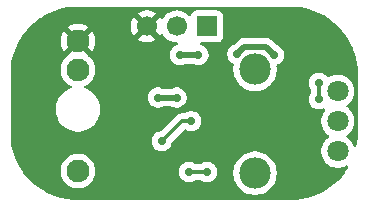
<source format=gbr>
%TF.GenerationSoftware,KiCad,Pcbnew,9.0.3-9.0.3-0~ubuntu22.04.1*%
%TF.CreationDate,2025-08-01T05:49:20-07:00*%
%TF.ProjectId,flex-cv-in,666c6578-2d63-4762-9d69-6e2e6b696361,rev?*%
%TF.SameCoordinates,Original*%
%TF.FileFunction,Copper,L2,Bot*%
%TF.FilePolarity,Positive*%
%FSLAX46Y46*%
G04 Gerber Fmt 4.6, Leading zero omitted, Abs format (unit mm)*
G04 Created by KiCad (PCBNEW 9.0.3-9.0.3-0~ubuntu22.04.1) date 2025-08-01 05:49:20*
%MOMM*%
%LPD*%
G01*
G04 APERTURE LIST*
%TA.AperFunction,ComponentPad*%
%ADD10R,1.700000X1.700000*%
%TD*%
%TA.AperFunction,ComponentPad*%
%ADD11C,1.700000*%
%TD*%
%TA.AperFunction,ComponentPad*%
%ADD12C,1.930400*%
%TD*%
%TA.AperFunction,ComponentPad*%
%ADD13C,1.803400*%
%TD*%
%TA.AperFunction,ComponentPad*%
%ADD14C,2.667000*%
%TD*%
%TA.AperFunction,ViaPad*%
%ADD15C,0.700000*%
%TD*%
%TA.AperFunction,ViaPad*%
%ADD16C,0.600000*%
%TD*%
%TA.AperFunction,Conductor*%
%ADD17C,0.500000*%
%TD*%
%TA.AperFunction,Conductor*%
%ADD18C,0.300000*%
%TD*%
G04 APERTURE END LIST*
D10*
%TO.P,J2,1,Pin_1*%
%TO.N,+3.3V*%
X121920000Y-61976000D03*
D11*
%TO.P,J2,2,Pin_2*%
%TO.N,/CV_OUT*%
X119380000Y-61976000D03*
%TO.P,J2,3,Pin_3*%
%TO.N,GND*%
X116840000Y-61976000D03*
%TD*%
D12*
%TO.P,J1,1,SIG*%
%TO.N,/CV_IN*%
X111000000Y-74207000D03*
%TO.P,J1,2,SHEILD*%
%TO.N,GND*%
X111000000Y-63234200D03*
%TO.P,J1,3,SW*%
%TO.N,unconnected-(J1-SW-Pad3)*%
X111000000Y-65647200D03*
%TD*%
D13*
%TO.P,RV2,1,1*%
%TO.N,Net-(JP4-C)*%
X133012243Y-67460163D03*
%TO.P,RV2,2,2*%
%TO.N,/BIAS_IN*%
X133012243Y-70000163D03*
%TO.P,RV2,3,3*%
%TO.N,Net-(JP5-C)*%
X133012243Y-72540163D03*
D14*
%TO.P,RV2,4*%
%TO.N,N/C*%
X126001843Y-65605963D03*
%TO.P,RV2,5*%
X126001843Y-74394363D03*
%TD*%
D15*
%TO.N,+3.3V*%
X119362500Y-68000000D03*
X127600000Y-64400000D03*
X117762500Y-68000000D03*
X124487442Y-64325000D03*
X121212500Y-64400000D03*
X119612500Y-64400000D03*
D16*
%TO.N,GND*%
X133100000Y-65700000D03*
X106600000Y-65800000D03*
X132200000Y-74600000D03*
X127800000Y-72400000D03*
X124000000Y-76000000D03*
X123000000Y-73200000D03*
D15*
X117000000Y-70800000D03*
D16*
X109400000Y-75600000D03*
X132200000Y-61900000D03*
X106400000Y-71000000D03*
X114400000Y-65800000D03*
X108800000Y-61800000D03*
X112600000Y-71200000D03*
X127800000Y-67400000D03*
X122800000Y-65000000D03*
D15*
%TO.N,/VREF_1.65V*%
X118100000Y-71700000D03*
X131400000Y-66760163D03*
X120600000Y-70000000D03*
X131400000Y-68160163D03*
%TO.N,/CV_IN*%
X121920000Y-74295000D03*
X120412500Y-74295000D03*
%TD*%
D17*
%TO.N,+3.3V*%
X126921463Y-63721463D02*
X125090979Y-63721463D01*
X119612500Y-64400000D02*
X121212500Y-64400000D01*
X127600000Y-64400000D02*
X126921463Y-63721463D01*
X125090979Y-63721463D02*
X124487442Y-64325000D01*
X119362500Y-68000000D02*
X117762500Y-68000000D01*
D18*
%TO.N,/VREF_1.65V*%
X131400000Y-68160163D02*
X131400000Y-66760163D01*
X119800000Y-70000000D02*
X120600000Y-70000000D01*
X118100000Y-71700000D02*
X119800000Y-70000000D01*
%TO.N,/CV_IN*%
X120412500Y-74295000D02*
X121920000Y-74295000D01*
%TD*%
%TA.AperFunction,Conductor*%
%TO.N,GND*%
G36*
X129002443Y-60300596D02*
G01*
X129442304Y-60317878D01*
X129451999Y-60318640D01*
X129886780Y-60370099D01*
X129896376Y-60371620D01*
X130325764Y-60457031D01*
X130335195Y-60459295D01*
X130756553Y-60578130D01*
X130765787Y-60581130D01*
X131155502Y-60724904D01*
X131176534Y-60732663D01*
X131185528Y-60736389D01*
X131583092Y-60919667D01*
X131591768Y-60924088D01*
X131973734Y-61138000D01*
X131982036Y-61143087D01*
X132346031Y-61386301D01*
X132353905Y-61392022D01*
X132697711Y-61663056D01*
X132705102Y-61669369D01*
X133026583Y-61966543D01*
X133033456Y-61973416D01*
X133328177Y-62292243D01*
X133330625Y-62294891D01*
X133336945Y-62302291D01*
X133488401Y-62494412D01*
X133607975Y-62646091D01*
X133613698Y-62653968D01*
X133856912Y-63017963D01*
X133861999Y-63026265D01*
X134075911Y-63408231D01*
X134080332Y-63416907D01*
X134263610Y-63814471D01*
X134267336Y-63823465D01*
X134418865Y-64234199D01*
X134421873Y-64243460D01*
X134540699Y-64664787D01*
X134542972Y-64674254D01*
X134628377Y-65103613D01*
X134629901Y-65113230D01*
X134681358Y-65547995D01*
X134682121Y-65557700D01*
X134699404Y-65997555D01*
X134699500Y-66002424D01*
X134699500Y-70997575D01*
X134699404Y-71002444D01*
X134682121Y-71442299D01*
X134681358Y-71452004D01*
X134629901Y-71886769D01*
X134628377Y-71896386D01*
X134587818Y-72100289D01*
X134555433Y-72162200D01*
X134494717Y-72196774D01*
X134424948Y-72193035D01*
X134368276Y-72152168D01*
X134348270Y-72114416D01*
X134311714Y-72001907D01*
X134311713Y-72001904D01*
X134211511Y-71805249D01*
X134209718Y-71802781D01*
X134081781Y-71626691D01*
X133925715Y-71470625D01*
X133900085Y-71452004D01*
X133787879Y-71370481D01*
X133745213Y-71315151D01*
X133739234Y-71245538D01*
X133771840Y-71183743D01*
X133787879Y-71169845D01*
X133804406Y-71157837D01*
X133925715Y-71069701D01*
X134081781Y-70913635D01*
X134211512Y-70735076D01*
X134311713Y-70538421D01*
X134379916Y-70328512D01*
X134414443Y-70110519D01*
X134414443Y-69889807D01*
X134379916Y-69671814D01*
X134345814Y-69566859D01*
X134311714Y-69461907D01*
X134311713Y-69461904D01*
X134249280Y-69339373D01*
X134211512Y-69265250D01*
X134081781Y-69086691D01*
X133925715Y-68930625D01*
X133917777Y-68924858D01*
X133787879Y-68830481D01*
X133745213Y-68775151D01*
X133739234Y-68705538D01*
X133771840Y-68643743D01*
X133787879Y-68629845D01*
X133796188Y-68623808D01*
X133925715Y-68529701D01*
X134081781Y-68373635D01*
X134211512Y-68195076D01*
X134311713Y-67998421D01*
X134379916Y-67788512D01*
X134414443Y-67570519D01*
X134414443Y-67349807D01*
X134379916Y-67131814D01*
X134334687Y-66992611D01*
X134311714Y-66921907D01*
X134311713Y-66921904D01*
X134211511Y-66725249D01*
X134176017Y-66676396D01*
X134081781Y-66546691D01*
X133925715Y-66390625D01*
X133747156Y-66260894D01*
X133717205Y-66245633D01*
X133550501Y-66160692D01*
X133550498Y-66160691D01*
X133340593Y-66092490D01*
X133231595Y-66075226D01*
X133122599Y-66057963D01*
X132901887Y-66057963D01*
X132829222Y-66069472D01*
X132683892Y-66092490D01*
X132473987Y-66160691D01*
X132473984Y-66160692D01*
X132277331Y-66260893D01*
X132255075Y-66277063D01*
X132189269Y-66300541D01*
X132121215Y-66284714D01*
X132079090Y-66245633D01*
X132060629Y-66218005D01*
X132060623Y-66217997D01*
X131942162Y-66099536D01*
X131802860Y-66006458D01*
X131648082Y-65942347D01*
X131648074Y-65942345D01*
X131483771Y-65909663D01*
X131483767Y-65909663D01*
X131316233Y-65909663D01*
X131316228Y-65909663D01*
X131151925Y-65942345D01*
X131151917Y-65942347D01*
X130997139Y-66006458D01*
X130857837Y-66099536D01*
X130739373Y-66218000D01*
X130646295Y-66357302D01*
X130582184Y-66512080D01*
X130582182Y-66512088D01*
X130549500Y-66676391D01*
X130549500Y-66843934D01*
X130582182Y-67008237D01*
X130582184Y-67008245D01*
X130646295Y-67163023D01*
X130646296Y-67163025D01*
X130646297Y-67163026D01*
X130707323Y-67254358D01*
X130728602Y-67286203D01*
X130734252Y-67304249D01*
X130744477Y-67320159D01*
X130748928Y-67351118D01*
X130749480Y-67352880D01*
X130749500Y-67355094D01*
X130749500Y-67565231D01*
X130729815Y-67632270D01*
X130728602Y-67634122D01*
X130646295Y-67757302D01*
X130582184Y-67912080D01*
X130582182Y-67912088D01*
X130549500Y-68076391D01*
X130549500Y-68243934D01*
X130582182Y-68408237D01*
X130582184Y-68408245D01*
X130646295Y-68563023D01*
X130739373Y-68702325D01*
X130857837Y-68820789D01*
X130902303Y-68850500D01*
X130997137Y-68913866D01*
X131151918Y-68977979D01*
X131306626Y-69008752D01*
X131316228Y-69010662D01*
X131316232Y-69010663D01*
X131316233Y-69010663D01*
X131483768Y-69010663D01*
X131483769Y-69010662D01*
X131648082Y-68977979D01*
X131776327Y-68924857D01*
X131845793Y-68917389D01*
X131908272Y-68948663D01*
X131943925Y-69008752D01*
X131941432Y-69078577D01*
X131924095Y-69112304D01*
X131812976Y-69265246D01*
X131712772Y-69461904D01*
X131712771Y-69461907D01*
X131644570Y-69671812D01*
X131610043Y-69889807D01*
X131610043Y-70110518D01*
X131644570Y-70328513D01*
X131712771Y-70538418D01*
X131712772Y-70538421D01*
X131775342Y-70661219D01*
X131812974Y-70735076D01*
X131942705Y-70913635D01*
X132098771Y-71069701D01*
X132220080Y-71157837D01*
X132236607Y-71169845D01*
X132279272Y-71225175D01*
X132285251Y-71294789D01*
X132252645Y-71356584D01*
X132236606Y-71370481D01*
X132098771Y-71470625D01*
X132098769Y-71470627D01*
X132098768Y-71470627D01*
X131942707Y-71626688D01*
X131942707Y-71626689D01*
X131942705Y-71626691D01*
X131886990Y-71703375D01*
X131812974Y-71805249D01*
X131712772Y-72001904D01*
X131712771Y-72001907D01*
X131644570Y-72211812D01*
X131610043Y-72429807D01*
X131610043Y-72650518D01*
X131644570Y-72868513D01*
X131712771Y-73078418D01*
X131712772Y-73078421D01*
X131801297Y-73252158D01*
X131812974Y-73275076D01*
X131942705Y-73453635D01*
X132098771Y-73609701D01*
X132277330Y-73739432D01*
X132373783Y-73788577D01*
X132473984Y-73839633D01*
X132473987Y-73839634D01*
X132578939Y-73873734D01*
X132683894Y-73907836D01*
X132901887Y-73942363D01*
X132901888Y-73942363D01*
X133122598Y-73942363D01*
X133122599Y-73942363D01*
X133340592Y-73907836D01*
X133550501Y-73839633D01*
X133550501Y-73839632D01*
X133550506Y-73839631D01*
X133627013Y-73800647D01*
X133727244Y-73749577D01*
X133760534Y-73743325D01*
X133793708Y-73736480D01*
X133794781Y-73736893D01*
X133795912Y-73736681D01*
X133827319Y-73749428D01*
X133858907Y-73761597D01*
X133859585Y-73762524D01*
X133860652Y-73762957D01*
X133880181Y-73790659D01*
X133900177Y-73817975D01*
X133900246Y-73819122D01*
X133900910Y-73820063D01*
X133902360Y-73853912D01*
X133904415Y-73887716D01*
X133903870Y-73889129D01*
X133903902Y-73889869D01*
X133891727Y-73920651D01*
X133861999Y-73973734D01*
X133856912Y-73982036D01*
X133613698Y-74346031D01*
X133607975Y-74353908D01*
X133336948Y-74697705D01*
X133330625Y-74705108D01*
X133033462Y-75026577D01*
X133026577Y-75033462D01*
X132705108Y-75330625D01*
X132697705Y-75336948D01*
X132353908Y-75607975D01*
X132346031Y-75613698D01*
X131982036Y-75856912D01*
X131973734Y-75861999D01*
X131591768Y-76075911D01*
X131583092Y-76080332D01*
X131185528Y-76263610D01*
X131176534Y-76267336D01*
X130765800Y-76418865D01*
X130756539Y-76421873D01*
X130335212Y-76540699D01*
X130325745Y-76542972D01*
X129896386Y-76628377D01*
X129886769Y-76629901D01*
X129452004Y-76681358D01*
X129442299Y-76682121D01*
X129018672Y-76698766D01*
X129002442Y-76699404D01*
X128997575Y-76699500D01*
X111002425Y-76699500D01*
X110997557Y-76699404D01*
X110980399Y-76698729D01*
X110557700Y-76682121D01*
X110547995Y-76681358D01*
X110113230Y-76629901D01*
X110103613Y-76628377D01*
X109674254Y-76542972D01*
X109664787Y-76540699D01*
X109243460Y-76421873D01*
X109234199Y-76418865D01*
X108823465Y-76267336D01*
X108814471Y-76263610D01*
X108416907Y-76080332D01*
X108408231Y-76075911D01*
X108026265Y-75861999D01*
X108017963Y-75856912D01*
X107653968Y-75613698D01*
X107646091Y-75607975D01*
X107401893Y-75415465D01*
X107302291Y-75336945D01*
X107294891Y-75330625D01*
X107288777Y-75324973D01*
X106973416Y-75033456D01*
X106966543Y-75026583D01*
X106669369Y-74705102D01*
X106663051Y-74697705D01*
X106541156Y-74543082D01*
X106392022Y-74353905D01*
X106386301Y-74346031D01*
X106259103Y-74155666D01*
X106216327Y-74091647D01*
X109534300Y-74091647D01*
X109534300Y-74322352D01*
X109570390Y-74550219D01*
X109612320Y-74679264D01*
X109641683Y-74769633D01*
X109746421Y-74975194D01*
X109882027Y-75161839D01*
X110045161Y-75324973D01*
X110231806Y-75460579D01*
X110437367Y-75565317D01*
X110614850Y-75622984D01*
X110656780Y-75636609D01*
X110770714Y-75654654D01*
X110884647Y-75672700D01*
X110884648Y-75672700D01*
X111115352Y-75672700D01*
X111115353Y-75672700D01*
X111343219Y-75636609D01*
X111562633Y-75565317D01*
X111768194Y-75460579D01*
X111954839Y-75324973D01*
X112117973Y-75161839D01*
X112253579Y-74975194D01*
X112358317Y-74769633D01*
X112429609Y-74550219D01*
X112465700Y-74322353D01*
X112465700Y-74211228D01*
X119562000Y-74211228D01*
X119562000Y-74378771D01*
X119594682Y-74543074D01*
X119594684Y-74543082D01*
X119658795Y-74697860D01*
X119751873Y-74837162D01*
X119870337Y-74955626D01*
X119962994Y-75017537D01*
X120009637Y-75048703D01*
X120164418Y-75112816D01*
X120328728Y-75145499D01*
X120328732Y-75145500D01*
X120328733Y-75145500D01*
X120496268Y-75145500D01*
X120496269Y-75145499D01*
X120660582Y-75112816D01*
X120815363Y-75048703D01*
X120938541Y-74966398D01*
X121005219Y-74945520D01*
X121007432Y-74945500D01*
X121325068Y-74945500D01*
X121392107Y-74965185D01*
X121393959Y-74966398D01*
X121446205Y-75001307D01*
X121517137Y-75048703D01*
X121671918Y-75112816D01*
X121836228Y-75145499D01*
X121836232Y-75145500D01*
X121836233Y-75145500D01*
X122003768Y-75145500D01*
X122003769Y-75145499D01*
X122168082Y-75112816D01*
X122322863Y-75048703D01*
X122462162Y-74955626D01*
X122580626Y-74837162D01*
X122673703Y-74697863D01*
X122737816Y-74543082D01*
X122770500Y-74378767D01*
X122770500Y-74274162D01*
X124167843Y-74274162D01*
X124167843Y-74514563D01*
X124167844Y-74514580D01*
X124199222Y-74752922D01*
X124261448Y-74985152D01*
X124353447Y-75207257D01*
X124353452Y-75207268D01*
X124473651Y-75415457D01*
X124473662Y-75415473D01*
X124620008Y-75606196D01*
X124620014Y-75606203D01*
X124790002Y-75776191D01*
X124790009Y-75776197D01*
X124898733Y-75859623D01*
X124980741Y-75922550D01*
X124980748Y-75922554D01*
X125188937Y-76042753D01*
X125188942Y-76042755D01*
X125188945Y-76042757D01*
X125411058Y-76134759D01*
X125643280Y-76196983D01*
X125881636Y-76228363D01*
X125881643Y-76228363D01*
X126122043Y-76228363D01*
X126122050Y-76228363D01*
X126360406Y-76196983D01*
X126592628Y-76134759D01*
X126814741Y-76042757D01*
X127022945Y-75922550D01*
X127213678Y-75776196D01*
X127383676Y-75606198D01*
X127530030Y-75415465D01*
X127650237Y-75207261D01*
X127742239Y-74985148D01*
X127804463Y-74752926D01*
X127835843Y-74514570D01*
X127835843Y-74274156D01*
X127804463Y-74035800D01*
X127742239Y-73803578D01*
X127650237Y-73581465D01*
X127650235Y-73581462D01*
X127650233Y-73581457D01*
X127530034Y-73373268D01*
X127530030Y-73373261D01*
X127383676Y-73182528D01*
X127383671Y-73182522D01*
X127213683Y-73012534D01*
X127213676Y-73012528D01*
X127022953Y-72866182D01*
X127022951Y-72866180D01*
X127022945Y-72866176D01*
X127022940Y-72866173D01*
X127022937Y-72866171D01*
X126814748Y-72745972D01*
X126814737Y-72745967D01*
X126592632Y-72653968D01*
X126360402Y-72591742D01*
X126122060Y-72560364D01*
X126122055Y-72560363D01*
X126122050Y-72560363D01*
X125881636Y-72560363D01*
X125881630Y-72560363D01*
X125881625Y-72560364D01*
X125643283Y-72591742D01*
X125411053Y-72653968D01*
X125188948Y-72745967D01*
X125188937Y-72745972D01*
X124980748Y-72866171D01*
X124980732Y-72866182D01*
X124790009Y-73012528D01*
X124790002Y-73012534D01*
X124620014Y-73182522D01*
X124620008Y-73182529D01*
X124473662Y-73373252D01*
X124473651Y-73373268D01*
X124353452Y-73581457D01*
X124353447Y-73581468D01*
X124261448Y-73803573D01*
X124199222Y-74035803D01*
X124167844Y-74274145D01*
X124167843Y-74274162D01*
X122770500Y-74274162D01*
X122770500Y-74211233D01*
X122737816Y-74046918D01*
X122673703Y-73892137D01*
X122642537Y-73845494D01*
X122580626Y-73752837D01*
X122462162Y-73634373D01*
X122322860Y-73541295D01*
X122168082Y-73477184D01*
X122168074Y-73477182D01*
X122003771Y-73444500D01*
X122003767Y-73444500D01*
X121836233Y-73444500D01*
X121836228Y-73444500D01*
X121671925Y-73477182D01*
X121671917Y-73477184D01*
X121517139Y-73541295D01*
X121393959Y-73623602D01*
X121327281Y-73644480D01*
X121325068Y-73644500D01*
X121007432Y-73644500D01*
X120940393Y-73624815D01*
X120938541Y-73623602D01*
X120815360Y-73541295D01*
X120660582Y-73477184D01*
X120660574Y-73477182D01*
X120496271Y-73444500D01*
X120496267Y-73444500D01*
X120328733Y-73444500D01*
X120328728Y-73444500D01*
X120164425Y-73477182D01*
X120164417Y-73477184D01*
X120009639Y-73541295D01*
X119870337Y-73634373D01*
X119751873Y-73752837D01*
X119658795Y-73892139D01*
X119594684Y-74046917D01*
X119594682Y-74046925D01*
X119562000Y-74211228D01*
X112465700Y-74211228D01*
X112465700Y-74091647D01*
X112442055Y-73942363D01*
X112429609Y-73863780D01*
X112396849Y-73762957D01*
X112358317Y-73644367D01*
X112253579Y-73438806D01*
X112117973Y-73252161D01*
X111954839Y-73089027D01*
X111768194Y-72953421D01*
X111562633Y-72848683D01*
X111472264Y-72819320D01*
X111343219Y-72777390D01*
X111144819Y-72745967D01*
X111115353Y-72741300D01*
X110884647Y-72741300D01*
X110857239Y-72745641D01*
X110656780Y-72777390D01*
X110485805Y-72832944D01*
X110437367Y-72848683D01*
X110437364Y-72848684D01*
X110437362Y-72848685D01*
X110231805Y-72953421D01*
X110150444Y-73012534D01*
X110045161Y-73089027D01*
X110045159Y-73089029D01*
X110045158Y-73089029D01*
X109882029Y-73252158D01*
X109882029Y-73252159D01*
X109882027Y-73252161D01*
X109823789Y-73332317D01*
X109746421Y-73438805D01*
X109641685Y-73644362D01*
X109641684Y-73644364D01*
X109641683Y-73644367D01*
X109641640Y-73644500D01*
X109570390Y-73863780D01*
X109534300Y-74091647D01*
X106216327Y-74091647D01*
X106143087Y-73982036D01*
X106138000Y-73973734D01*
X105924088Y-73591768D01*
X105919667Y-73583092D01*
X105900398Y-73541295D01*
X105853150Y-73438805D01*
X105736389Y-73185528D01*
X105732663Y-73176534D01*
X105717930Y-73136598D01*
X105581130Y-72765787D01*
X105578130Y-72756553D01*
X105459295Y-72335195D01*
X105457031Y-72325764D01*
X105371620Y-71896376D01*
X105370099Y-71886770D01*
X105350607Y-71722091D01*
X105338077Y-71616228D01*
X117249500Y-71616228D01*
X117249500Y-71783771D01*
X117282182Y-71948074D01*
X117282184Y-71948082D01*
X117346295Y-72102860D01*
X117439373Y-72242162D01*
X117557837Y-72360626D01*
X117650494Y-72422537D01*
X117697137Y-72453703D01*
X117851918Y-72517816D01*
X118016228Y-72550499D01*
X118016232Y-72550500D01*
X118016233Y-72550500D01*
X118183768Y-72550500D01*
X118183769Y-72550499D01*
X118348082Y-72517816D01*
X118502863Y-72453703D01*
X118642162Y-72360626D01*
X118760626Y-72242162D01*
X118853703Y-72102863D01*
X118917816Y-71948082D01*
X118946718Y-71802781D01*
X118979102Y-71740870D01*
X118980598Y-71739347D01*
X119986769Y-70733175D01*
X120048090Y-70699692D01*
X120117782Y-70704676D01*
X120143338Y-70717755D01*
X120197137Y-70753703D01*
X120351918Y-70817816D01*
X120511206Y-70849500D01*
X120516228Y-70850499D01*
X120516232Y-70850500D01*
X120516233Y-70850500D01*
X120683768Y-70850500D01*
X120683769Y-70850499D01*
X120848082Y-70817816D01*
X121002863Y-70753703D01*
X121142162Y-70660626D01*
X121260626Y-70542162D01*
X121353703Y-70402863D01*
X121417816Y-70248082D01*
X121450500Y-70083767D01*
X121450500Y-69916233D01*
X121417816Y-69751918D01*
X121353703Y-69597137D01*
X121263345Y-69461907D01*
X121260626Y-69457837D01*
X121142162Y-69339373D01*
X121002860Y-69246295D01*
X120848082Y-69182184D01*
X120848074Y-69182182D01*
X120683771Y-69149500D01*
X120683767Y-69149500D01*
X120516233Y-69149500D01*
X120516228Y-69149500D01*
X120351925Y-69182182D01*
X120351917Y-69182184D01*
X120197139Y-69246295D01*
X120073959Y-69328602D01*
X120007281Y-69349480D01*
X120005068Y-69349500D01*
X119735929Y-69349500D01*
X119610261Y-69374497D01*
X119610255Y-69374499D01*
X119491874Y-69423534D01*
X119385326Y-69494726D01*
X119385325Y-69494727D01*
X118060708Y-70819345D01*
X117999385Y-70852830D01*
X117997219Y-70853281D01*
X117851923Y-70882182D01*
X117851917Y-70882184D01*
X117697139Y-70946295D01*
X117557837Y-71039373D01*
X117439373Y-71157837D01*
X117346295Y-71297139D01*
X117282184Y-71451917D01*
X117282182Y-71451925D01*
X117249500Y-71616228D01*
X105338077Y-71616228D01*
X105318640Y-71451999D01*
X105317878Y-71442298D01*
X105315056Y-71370481D01*
X105300596Y-71002443D01*
X105300500Y-70997575D01*
X105300500Y-68877092D01*
X109124700Y-68877092D01*
X109124700Y-69122907D01*
X109124701Y-69122923D01*
X109156785Y-69366627D01*
X109156786Y-69366632D01*
X109156787Y-69366638D01*
X109220411Y-69604089D01*
X109281647Y-69751925D01*
X109314489Y-69831211D01*
X109314490Y-69831212D01*
X109437398Y-70044095D01*
X109587047Y-70239122D01*
X109587053Y-70239129D01*
X109760870Y-70412946D01*
X109760877Y-70412952D01*
X109955904Y-70562601D01*
X110168787Y-70685509D01*
X110168788Y-70685510D01*
X110168791Y-70685511D01*
X110168796Y-70685514D01*
X110395911Y-70779589D01*
X110633362Y-70843213D01*
X110877086Y-70875300D01*
X110877093Y-70875300D01*
X111122907Y-70875300D01*
X111122914Y-70875300D01*
X111366638Y-70843213D01*
X111604089Y-70779589D01*
X111831204Y-70685514D01*
X112044096Y-70562601D01*
X112239124Y-70412951D01*
X112412951Y-70239124D01*
X112562601Y-70044096D01*
X112685514Y-69831204D01*
X112779589Y-69604089D01*
X112843213Y-69366638D01*
X112875300Y-69122914D01*
X112875300Y-68877086D01*
X112843213Y-68633362D01*
X112779589Y-68395911D01*
X112685514Y-68168796D01*
X112685511Y-68168791D01*
X112685510Y-68168788D01*
X112685509Y-68168787D01*
X112571977Y-67972143D01*
X112571976Y-67972142D01*
X112571913Y-67972033D01*
X112562601Y-67955904D01*
X112532157Y-67916228D01*
X116912000Y-67916228D01*
X116912000Y-68083771D01*
X116944682Y-68248074D01*
X116944684Y-68248082D01*
X117008795Y-68402860D01*
X117101873Y-68542162D01*
X117220337Y-68660626D01*
X117283038Y-68702521D01*
X117359637Y-68753703D01*
X117514418Y-68817816D01*
X117678728Y-68850499D01*
X117678732Y-68850500D01*
X117678733Y-68850500D01*
X117846268Y-68850500D01*
X117846269Y-68850499D01*
X118010582Y-68817816D01*
X118150308Y-68759938D01*
X118197761Y-68750500D01*
X118927239Y-68750500D01*
X118974691Y-68759938D01*
X119114418Y-68817816D01*
X119278728Y-68850499D01*
X119278732Y-68850500D01*
X119278733Y-68850500D01*
X119446268Y-68850500D01*
X119446269Y-68850499D01*
X119610582Y-68817816D01*
X119765363Y-68753703D01*
X119904662Y-68660626D01*
X120023126Y-68542162D01*
X120116203Y-68402863D01*
X120180316Y-68248082D01*
X120213000Y-68083767D01*
X120213000Y-67916233D01*
X120180316Y-67751918D01*
X120116203Y-67597137D01*
X120085037Y-67550494D01*
X120023126Y-67457837D01*
X119904662Y-67339373D01*
X119765360Y-67246295D01*
X119610582Y-67182184D01*
X119610574Y-67182182D01*
X119446271Y-67149500D01*
X119446267Y-67149500D01*
X119278733Y-67149500D01*
X119278728Y-67149500D01*
X119114425Y-67182182D01*
X119114417Y-67182184D01*
X118974692Y-67240061D01*
X118927239Y-67249500D01*
X118197761Y-67249500D01*
X118150308Y-67240061D01*
X118010582Y-67182184D01*
X118010574Y-67182182D01*
X117846271Y-67149500D01*
X117846267Y-67149500D01*
X117678733Y-67149500D01*
X117678728Y-67149500D01*
X117514425Y-67182182D01*
X117514417Y-67182184D01*
X117359639Y-67246295D01*
X117220337Y-67339373D01*
X117101873Y-67457837D01*
X117008795Y-67597139D01*
X116944684Y-67751917D01*
X116944682Y-67751925D01*
X116912000Y-67916228D01*
X112532157Y-67916228D01*
X112434157Y-67788512D01*
X112412952Y-67760877D01*
X112412946Y-67760870D01*
X112239129Y-67587053D01*
X112239122Y-67587047D01*
X112044095Y-67437398D01*
X111831212Y-67314490D01*
X111831211Y-67314489D01*
X111762923Y-67286203D01*
X111604089Y-67220411D01*
X111604086Y-67220410D01*
X111600339Y-67218858D01*
X111600720Y-67217936D01*
X111547230Y-67180309D01*
X111520888Y-67115596D01*
X111533714Y-67046913D01*
X111581637Y-66996069D01*
X111587953Y-66992615D01*
X111768194Y-66900779D01*
X111954839Y-66765173D01*
X112117973Y-66602039D01*
X112253579Y-66415394D01*
X112358317Y-66209833D01*
X112429609Y-65990419D01*
X112465700Y-65762553D01*
X112465700Y-65531847D01*
X112429609Y-65303981D01*
X112358317Y-65084567D01*
X112253579Y-64879006D01*
X112117973Y-64692361D01*
X111954839Y-64529227D01*
X111899114Y-64488740D01*
X111885672Y-64471307D01*
X111884614Y-64472366D01*
X111084094Y-63671847D01*
X111171571Y-63648408D01*
X111272930Y-63589889D01*
X111355689Y-63507130D01*
X111414208Y-63405771D01*
X111437647Y-63318295D01*
X112197744Y-64078392D01*
X112197744Y-64078391D01*
X112253151Y-64002130D01*
X112253155Y-64002124D01*
X112357852Y-63796646D01*
X112429122Y-63577302D01*
X112465200Y-63349519D01*
X112465200Y-63118880D01*
X112456414Y-63063409D01*
X112429122Y-62891097D01*
X112357852Y-62671753D01*
X112253151Y-62466267D01*
X112197744Y-62390007D01*
X112197744Y-62390006D01*
X111437647Y-63150104D01*
X111414208Y-63062629D01*
X111355689Y-62961270D01*
X111272930Y-62878511D01*
X111171571Y-62819992D01*
X111084093Y-62796552D01*
X111844192Y-62036454D01*
X111844191Y-62036453D01*
X111767933Y-61981048D01*
X111756781Y-61975366D01*
X111756780Y-61975366D01*
X111562446Y-61876347D01*
X111542152Y-61869753D01*
X115490000Y-61869753D01*
X115490000Y-62082246D01*
X115523242Y-62292127D01*
X115523242Y-62292130D01*
X115588904Y-62494217D01*
X115685375Y-62683550D01*
X115724728Y-62737716D01*
X116357037Y-62105408D01*
X116374075Y-62168993D01*
X116439901Y-62283007D01*
X116532993Y-62376099D01*
X116647007Y-62441925D01*
X116710590Y-62458962D01*
X116078282Y-63091269D01*
X116078282Y-63091270D01*
X116132449Y-63130624D01*
X116321782Y-63227095D01*
X116523870Y-63292757D01*
X116733754Y-63326000D01*
X116946246Y-63326000D01*
X117156127Y-63292757D01*
X117156130Y-63292757D01*
X117358217Y-63227095D01*
X117547554Y-63130622D01*
X117601716Y-63091270D01*
X117601717Y-63091270D01*
X116969408Y-62458962D01*
X117032993Y-62441925D01*
X117147007Y-62376099D01*
X117240099Y-62283007D01*
X117305925Y-62168993D01*
X117322962Y-62105408D01*
X117955270Y-62737717D01*
X117955270Y-62737716D01*
X117994622Y-62683555D01*
X117999232Y-62674507D01*
X118047205Y-62623709D01*
X118115025Y-62606912D01*
X118181161Y-62629447D01*
X118220204Y-62674504D01*
X118224949Y-62683817D01*
X118349890Y-62855786D01*
X118500213Y-63006109D01*
X118672179Y-63131048D01*
X118672181Y-63131049D01*
X118672184Y-63131051D01*
X118861588Y-63227557D01*
X119063757Y-63293246D01*
X119273713Y-63326500D01*
X119273714Y-63326500D01*
X119390835Y-63326500D01*
X119457874Y-63346185D01*
X119503629Y-63398989D01*
X119513573Y-63468147D01*
X119484548Y-63531703D01*
X119425770Y-63569477D01*
X119415026Y-63572117D01*
X119364425Y-63582182D01*
X119364417Y-63582184D01*
X119209639Y-63646295D01*
X119070337Y-63739373D01*
X118951873Y-63857837D01*
X118858795Y-63997139D01*
X118794684Y-64151917D01*
X118794682Y-64151925D01*
X118762000Y-64316228D01*
X118762000Y-64483771D01*
X118794682Y-64648074D01*
X118794684Y-64648082D01*
X118858795Y-64802860D01*
X118951873Y-64942162D01*
X119070337Y-65060626D01*
X119149065Y-65113230D01*
X119209637Y-65153703D01*
X119209638Y-65153703D01*
X119209639Y-65153704D01*
X119224692Y-65159939D01*
X119364418Y-65217816D01*
X119513078Y-65247386D01*
X119528728Y-65250499D01*
X119528732Y-65250500D01*
X119528733Y-65250500D01*
X119696268Y-65250500D01*
X119696269Y-65250499D01*
X119860582Y-65217816D01*
X120000308Y-65159938D01*
X120047761Y-65150500D01*
X120777239Y-65150500D01*
X120824691Y-65159938D01*
X120964418Y-65217816D01*
X121113078Y-65247386D01*
X121128728Y-65250499D01*
X121128732Y-65250500D01*
X121128733Y-65250500D01*
X121296268Y-65250500D01*
X121296269Y-65250499D01*
X121460582Y-65217816D01*
X121615363Y-65153703D01*
X121754662Y-65060626D01*
X121873126Y-64942162D01*
X121966203Y-64802863D01*
X122030316Y-64648082D01*
X122063000Y-64483767D01*
X122063000Y-64316233D01*
X122048081Y-64241228D01*
X123636942Y-64241228D01*
X123636942Y-64408771D01*
X123669624Y-64573074D01*
X123669626Y-64573082D01*
X123733737Y-64727860D01*
X123826815Y-64867162D01*
X123945276Y-64985623D01*
X123945280Y-64985626D01*
X124084572Y-65078699D01*
X124084576Y-65078701D01*
X124084579Y-65078703D01*
X124098724Y-65084562D01*
X124127988Y-65096684D01*
X124182391Y-65140525D01*
X124204456Y-65206820D01*
X124200314Y-65243324D01*
X124199226Y-65247386D01*
X124199222Y-65247403D01*
X124167844Y-65485745D01*
X124167843Y-65485762D01*
X124167843Y-65726163D01*
X124167844Y-65726180D01*
X124198684Y-65960438D01*
X124199223Y-65964526D01*
X124230335Y-66080637D01*
X124261448Y-66196752D01*
X124353447Y-66418857D01*
X124353452Y-66418868D01*
X124473651Y-66627057D01*
X124473662Y-66627073D01*
X124620008Y-66817796D01*
X124620014Y-66817803D01*
X124790002Y-66987791D01*
X124790009Y-66987797D01*
X124816647Y-67008237D01*
X124980741Y-67134150D01*
X124980748Y-67134154D01*
X125188937Y-67254353D01*
X125188942Y-67254355D01*
X125188945Y-67254357D01*
X125411058Y-67346359D01*
X125643280Y-67408583D01*
X125881636Y-67439963D01*
X125881643Y-67439963D01*
X126122043Y-67439963D01*
X126122050Y-67439963D01*
X126360406Y-67408583D01*
X126592628Y-67346359D01*
X126814741Y-67254357D01*
X127022945Y-67134150D01*
X127213678Y-66987796D01*
X127383676Y-66817798D01*
X127530030Y-66627065D01*
X127650237Y-66418861D01*
X127742239Y-66196748D01*
X127804463Y-65964526D01*
X127835843Y-65726170D01*
X127835843Y-65485756D01*
X127815444Y-65330811D01*
X127826209Y-65261778D01*
X127872589Y-65209522D01*
X127890931Y-65200067D01*
X128002858Y-65153705D01*
X128002857Y-65153705D01*
X128002863Y-65153703D01*
X128142162Y-65060626D01*
X128260626Y-64942162D01*
X128353703Y-64802863D01*
X128417816Y-64648082D01*
X128450500Y-64483767D01*
X128450500Y-64316233D01*
X128417816Y-64151918D01*
X128353703Y-63997137D01*
X128303591Y-63922139D01*
X128260626Y-63857837D01*
X128142162Y-63739373D01*
X128002860Y-63646295D01*
X127863134Y-63588419D01*
X127822906Y-63561539D01*
X127399884Y-63138515D01*
X127399883Y-63138514D01*
X127388709Y-63131048D01*
X127294845Y-63068331D01*
X127276958Y-63056379D01*
X127276953Y-63056376D01*
X127140380Y-62999806D01*
X127140370Y-62999803D01*
X126995383Y-62970963D01*
X126995381Y-62970963D01*
X125164896Y-62970963D01*
X125017061Y-62970963D01*
X125017059Y-62970963D01*
X124872071Y-62999803D01*
X124872061Y-62999806D01*
X124735490Y-63056375D01*
X124735477Y-63056382D01*
X124612563Y-63138511D01*
X124612559Y-63138514D01*
X124264534Y-63486539D01*
X124224306Y-63513419D01*
X124084581Y-63571295D01*
X123945279Y-63664373D01*
X123826815Y-63782837D01*
X123733737Y-63922139D01*
X123669626Y-64076917D01*
X123669624Y-64076925D01*
X123636942Y-64241228D01*
X122048081Y-64241228D01*
X122030316Y-64151918D01*
X121966203Y-63997137D01*
X121916091Y-63922139D01*
X121873126Y-63857837D01*
X121754662Y-63739373D01*
X121615360Y-63646295D01*
X121460582Y-63582184D01*
X121460576Y-63582182D01*
X121409971Y-63572116D01*
X121348060Y-63539731D01*
X121313486Y-63479014D01*
X121317227Y-63409245D01*
X121358093Y-63352573D01*
X121423112Y-63326992D01*
X121434145Y-63326499D01*
X122817872Y-63326499D01*
X122877483Y-63320091D01*
X123012331Y-63269796D01*
X123127546Y-63183546D01*
X123213796Y-63068331D01*
X123264091Y-62933483D01*
X123270500Y-62873873D01*
X123270499Y-61078128D01*
X123264091Y-61018517D01*
X123262810Y-61015083D01*
X123213797Y-60883671D01*
X123213793Y-60883664D01*
X123127547Y-60768455D01*
X123127544Y-60768452D01*
X123012335Y-60682206D01*
X123012328Y-60682202D01*
X122877482Y-60631908D01*
X122877483Y-60631908D01*
X122817883Y-60625501D01*
X122817881Y-60625500D01*
X122817873Y-60625500D01*
X122817864Y-60625500D01*
X121022129Y-60625500D01*
X121022123Y-60625501D01*
X120962516Y-60631908D01*
X120827671Y-60682202D01*
X120827664Y-60682206D01*
X120712455Y-60768452D01*
X120712452Y-60768455D01*
X120626206Y-60883664D01*
X120626203Y-60883669D01*
X120577189Y-61015083D01*
X120535317Y-61071016D01*
X120469853Y-61095433D01*
X120401580Y-61080581D01*
X120373326Y-61059430D01*
X120259786Y-60945890D01*
X120087820Y-60820951D01*
X119898414Y-60724444D01*
X119898413Y-60724443D01*
X119898412Y-60724443D01*
X119696243Y-60658754D01*
X119696241Y-60658753D01*
X119696240Y-60658753D01*
X119534957Y-60633208D01*
X119486287Y-60625500D01*
X119273713Y-60625500D01*
X119225042Y-60633208D01*
X119063760Y-60658753D01*
X118861585Y-60724444D01*
X118672179Y-60820951D01*
X118500213Y-60945890D01*
X118349890Y-61096213D01*
X118224949Y-61268182D01*
X118220202Y-61277499D01*
X118172227Y-61328293D01*
X118104405Y-61345087D01*
X118038271Y-61322548D01*
X117999234Y-61277495D01*
X117994626Y-61268452D01*
X117955270Y-61214282D01*
X117955269Y-61214282D01*
X117322962Y-61846590D01*
X117305925Y-61783007D01*
X117240099Y-61668993D01*
X117147007Y-61575901D01*
X117032993Y-61510075D01*
X116969409Y-61493037D01*
X117601716Y-60860728D01*
X117547550Y-60821375D01*
X117358217Y-60724904D01*
X117156129Y-60659242D01*
X116946246Y-60626000D01*
X116733754Y-60626000D01*
X116523872Y-60659242D01*
X116523869Y-60659242D01*
X116321782Y-60724904D01*
X116132439Y-60821380D01*
X116078282Y-60860727D01*
X116078282Y-60860728D01*
X116710591Y-61493037D01*
X116647007Y-61510075D01*
X116532993Y-61575901D01*
X116439901Y-61668993D01*
X116374075Y-61783007D01*
X116357037Y-61846591D01*
X115724728Y-61214282D01*
X115724727Y-61214282D01*
X115685380Y-61268439D01*
X115588904Y-61457782D01*
X115523242Y-61659869D01*
X115523242Y-61659872D01*
X115490000Y-61869753D01*
X111542152Y-61869753D01*
X111343102Y-61805077D01*
X111115319Y-61769000D01*
X110884681Y-61769000D01*
X110656897Y-61805077D01*
X110437553Y-61876347D01*
X110232069Y-61981047D01*
X110155807Y-62036454D01*
X110915906Y-62796552D01*
X110828429Y-62819992D01*
X110727070Y-62878511D01*
X110644311Y-62961270D01*
X110585792Y-63062629D01*
X110562352Y-63150105D01*
X109802254Y-62390007D01*
X109746847Y-62466269D01*
X109642147Y-62671753D01*
X109570877Y-62891097D01*
X109534800Y-63118880D01*
X109534800Y-63349519D01*
X109570877Y-63577302D01*
X109642147Y-63796646D01*
X109746850Y-64002135D01*
X109802253Y-64078391D01*
X109802254Y-64078392D01*
X110562352Y-63318294D01*
X110585792Y-63405771D01*
X110644311Y-63507130D01*
X110727070Y-63589889D01*
X110828429Y-63648408D01*
X110915905Y-63671847D01*
X110115385Y-64472366D01*
X110115273Y-64472254D01*
X110100885Y-64488740D01*
X110045161Y-64529226D01*
X109882029Y-64692358D01*
X109882029Y-64692359D01*
X109882027Y-64692361D01*
X109823789Y-64772517D01*
X109746421Y-64879005D01*
X109641685Y-65084562D01*
X109570390Y-65303980D01*
X109534300Y-65531847D01*
X109534300Y-65762552D01*
X109570390Y-65990419D01*
X109612320Y-66119464D01*
X109641683Y-66209833D01*
X109746421Y-66415394D01*
X109882027Y-66602039D01*
X110045161Y-66765173D01*
X110231806Y-66900779D01*
X110412038Y-66992611D01*
X110462834Y-67040585D01*
X110479629Y-67108406D01*
X110457092Y-67174541D01*
X110402377Y-67217993D01*
X110396155Y-67220309D01*
X110168788Y-67314489D01*
X110168787Y-67314490D01*
X109955904Y-67437398D01*
X109760877Y-67587047D01*
X109760870Y-67587053D01*
X109587053Y-67760870D01*
X109587047Y-67760877D01*
X109437398Y-67955904D01*
X109314490Y-68168787D01*
X109314489Y-68168788D01*
X109220414Y-68395904D01*
X109220409Y-68395917D01*
X109184562Y-68529703D01*
X109157730Y-68629845D01*
X109156788Y-68633359D01*
X109156785Y-68633372D01*
X109124701Y-68877076D01*
X109124700Y-68877092D01*
X105300500Y-68877092D01*
X105300500Y-66002424D01*
X105300596Y-65997556D01*
X105309829Y-65762553D01*
X105317878Y-65557693D01*
X105318641Y-65547995D01*
X105370100Y-65113215D01*
X105371619Y-65103627D01*
X105457032Y-64674230D01*
X105459294Y-64664810D01*
X105578132Y-64243438D01*
X105581127Y-64234219D01*
X105732666Y-63823456D01*
X105736389Y-63814471D01*
X105812441Y-63649500D01*
X105919673Y-63416894D01*
X105924088Y-63408231D01*
X106122790Y-63053425D01*
X106137999Y-63026266D01*
X106143087Y-63017963D01*
X106155221Y-62999803D01*
X106386311Y-62653953D01*
X106392012Y-62646106D01*
X106663066Y-62302275D01*
X106669357Y-62294909D01*
X106966556Y-61973402D01*
X106973402Y-61966556D01*
X107294909Y-61669357D01*
X107302275Y-61663066D01*
X107646106Y-61392012D01*
X107653953Y-61386311D01*
X108017965Y-61143085D01*
X108026265Y-61138000D01*
X108408231Y-60924088D01*
X108416894Y-60919673D01*
X108814471Y-60736389D01*
X108823456Y-60732666D01*
X109234219Y-60581127D01*
X109243438Y-60578132D01*
X109664810Y-60459294D01*
X109674230Y-60457032D01*
X110103627Y-60371619D01*
X110113215Y-60370100D01*
X110548002Y-60318640D01*
X110557693Y-60317878D01*
X110997557Y-60300596D01*
X111002425Y-60300500D01*
X111047595Y-60300500D01*
X128952405Y-60300500D01*
X128997575Y-60300500D01*
X129002443Y-60300596D01*
G37*
%TD.AperFunction*%
%TD*%
M02*

</source>
